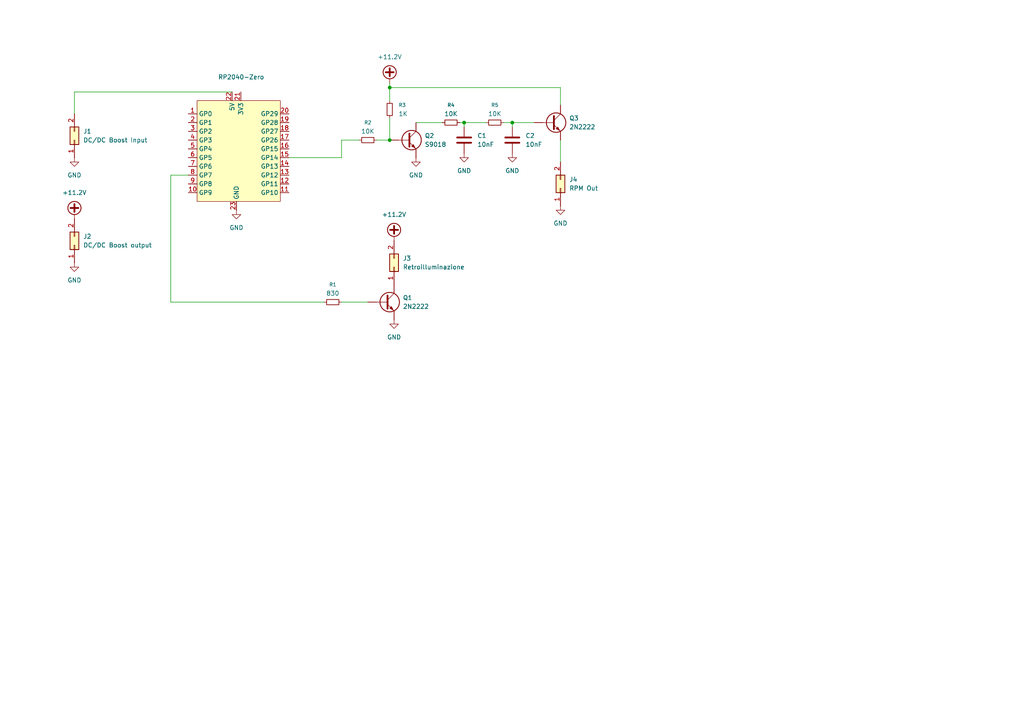
<source format=kicad_sch>
(kicad_sch (version 20250114) (generator "eeschema") (generator_version "9.0")
  (paper "A4")
  (title_block (title "RPM") (rev "1.0"))
  (lib_symbols
    (symbol "Connector_Generic:Conn_02x01" (pin_names (offset 1.016) (hide yes))
      (property "Reference" "J" (at 1.27 2.54 0))
      (property "Value" "Conn_02x01" (at 1.27 -2.54 0))
      (symbol "Conn_02x01_1_1"
        (rectangle (start -1.27 1.27) (end 3.81 -1.27) (stroke (width 0.254)) (fill (type background)))
        (rectangle (start -1.27 0.127) (end 0 -0.127) (stroke (width 0.1524)))
        (rectangle (start 3.81 0.127) (end 2.54 -0.127) (stroke (width 0.1524)))
        (pin passive line (at -5.08 0 0) (length 3.81) (name "Pin_1") (number "1"))
        (pin passive line (at 7.62 0 180) (length 3.81) (name "Pin_2") (number "2"))
      )
    )
    (symbol "Device:C" (pin_numbers (hide yes)) (pin_names (offset 0.254))
      (property "Reference" "C" (at 0.635 2.54 0))
      (property "Value" "C" (at 0.635 -2.54 0))
      (symbol "C_0_1"
        (polyline (pts (xy -2.032 0.762) (xy 2.032 0.762)) (stroke (width 0.508)))
        (polyline (pts (xy -2.032 -0.762) (xy 2.032 -0.762)) (stroke (width 0.508)))
      )
      (symbol "C_1_1"
        (pin passive line (at 0 3.81 270) (length 2.794) (name "~") (number "1"))
        (pin passive line (at 0 -3.81 90) (length 2.794) (name "~") (number "2"))
      )
    )
    (symbol "Device:Q_NPN" (pin_numbers (hide yes)) (pin_names (offset 0) (hide yes))
      (property "Reference" "Q1" (at 5.08 1.2701 0))
      (property "Value" "2N2222" (at 5.08 -1.2699 0))
      (symbol "Q_NPN_0_1"
        (polyline (pts (xy -2.54 0) (xy 0.635 0)))
        (polyline (pts (xy 0.635 1.905) (xy 0.635 -1.905)) (stroke (width 0.508)))
        (polyline (pts (xy 0.635 0.635) (xy 2.54 2.54)))
        (polyline (pts (xy 0.635 -0.635) (xy 2.54 -2.54)))
        (circle (center 1.27 0) (radius 2.8194) (stroke (width 0.254)))
        (polyline (pts (xy 1.27 -1.778) (xy 1.778 -1.27) (xy 2.286 -2.286) (xy 1.27 -1.778)) (fill (type outline)))
      )
      (symbol "Q_NPN_1_1"
        (pin input line (at -5.08 0 0) (length 2.54) (name "B") (number "2"))
        (pin passive line (at 2.54 5.08 270) (length 2.54) (name "C") (number "3"))
        (pin passive line (at 2.54 -5.08 90) (length 2.54) (name "E") (number "1"))
      )
    )
    (symbol "Device:R_Small" (pin_numbers (hide yes)) (pin_names (offset 0.254) (hide yes))
      (property "Reference" "R" (at 0 0 90))
      (property "Value" "R_Small" (at 1.778 0 90))
      (symbol "R_Small_0_1"
        (rectangle (start -0.762 1.778) (end 0.762 -1.778) (stroke (width 0.2032)))
      )
      (symbol "R_Small_1_1"
        (pin passive line (at 0 2.54 270) (length 0.762) (name "~") (number "1"))
        (pin passive line (at 0 -2.54 90) (length 0.762) (name "~") (number "2"))
      )
    )
    (symbol "Q_NPN_1" (pin_numbers (hide yes)) (pin_names (offset 0) (hide yes))
      (property "Reference" "Q3" (at 5.08 1.2701 0))
      (property "Value" "2N2222" (at 5.08 -1.2699 0))
      (symbol "Q_NPN_1_0_1"
        (polyline (pts (xy -2.54 0) (xy 0.635 0)))
        (polyline (pts (xy 0.635 1.905) (xy 0.635 -1.905)) (stroke (width 0.508)))
        (polyline (pts (xy 0.635 0.635) (xy 2.54 2.54)))
        (polyline (pts (xy 0.635 -0.635) (xy 2.54 -2.54)))
        (circle (center 1.27 0) (radius 2.8194) (stroke (width 0.254)))
        (polyline (pts (xy 1.27 -1.778) (xy 1.778 -1.27) (xy 2.286 -2.286) (xy 1.27 -1.778)) (fill (type outline)))
      )
      (symbol "Q_NPN_1_1_1"
        (pin input line (at -5.08 0 0) (length 2.54) (name "B") (number "2"))
        (pin passive line (at 2.54 5.08 270) (length 2.54) (name "C") (number "3"))
        (pin passive line (at 2.54 -5.08 90) (length 2.54) (name "E") (number "1"))
      )
    )
    (symbol "Q_NPN_2" (pin_numbers (hide yes)) (pin_names (offset 0) (hide yes))
      (property "Reference" "Q2" (at 5.08 1.2701 0))
      (property "Value" "S9018" (at 5.08 -1.2699 0))
      (symbol "Q_NPN_2_0_1"
        (polyline (pts (xy -2.54 0) (xy 0.635 0)))
        (polyline (pts (xy 0.635 1.905) (xy 0.635 -1.905)) (stroke (width 0.508)))
        (polyline (pts (xy 0.635 0.635) (xy 2.54 2.54)))
        (polyline (pts (xy 0.635 -0.635) (xy 2.54 -2.54)))
        (circle (center 1.27 0) (radius 2.8194) (stroke (width 0.254)))
        (polyline (pts (xy 1.27 -1.778) (xy 1.778 -1.27) (xy 2.286 -2.286) (xy 1.27 -1.778)) (fill (type outline)))
      )
      (symbol "Q_NPN_2_1_1"
        (pin input line (at -5.08 0 0) (length 2.54) (name "B") (number "2"))
        (pin passive line (at 2.54 5.08 270) (length 2.54) (name "C") (number "3"))
        (pin passive line (at 2.54 -5.08 90) (length 2.54) (name "E") (number "1"))
      )
    )
    (symbol "RP2040-zero:RP2040-Zero"
      (property "Reference" "RZ" (at 0 0 0))
      (property "Value" "RP2040-Zero" (at 0 -2.54 0))
      (property "Footprint" "RP2040-Zero:RP2040-Zero" (at 0 0 0))
      (symbol "RP2040-Zero_0_1"
        (rectangle (start -11.43 -15.24) (end 12.7 13.97) (fill (type background)))
      )
      (symbol "RP2040-Zero_1_1"
        (pin bidirectional line (at -13.97 10.16 0) (length 2.54) (name "GP0") (number "1"))
        (pin bidirectional line (at -13.97 7.62 0) (length 2.54) (name "GP1") (number "2"))
        (pin bidirectional line (at -13.97 5.08 0) (length 2.54) (name "GP2") (number "3"))
        (pin bidirectional line (at -13.97 2.54 0) (length 2.54) (name "GP3") (number "4"))
        (pin bidirectional line (at -13.97 0 0) (length 2.54) (name "GP4") (number "5"))
        (pin bidirectional line (at -13.97 -2.54 0) (length 2.54) (name "GP5") (number "6"))
        (pin bidirectional line (at -13.97 -5.08 0) (length 2.54) (name "GP6") (number "7"))
        (pin bidirectional line (at -13.97 -7.62 0) (length 2.54) (name "GP7") (number "8"))
        (pin bidirectional line (at -13.97 -10.16 0) (length 2.54) (name "GP8") (number "9"))
        (pin bidirectional line (at -13.97 -12.7 0) (length 2.54) (name "GP9") (number "10"))
        (pin power_in line (at -1.27 16.51 270) (length 2.54) (name "5V") (number "22"))
        (pin power_in line (at 0 -17.78 90) (length 2.54) (name "GND") (number "23"))
        (pin power_in line (at 1.27 16.51 270) (length 2.54) (name "3V3") (number "21"))
        (pin bidirectional line (at 15.24 10.16 180) (length 2.54) (name "GP29") (number "20"))
        (pin bidirectional line (at 15.24 7.62 180) (length 2.54) (name "GP28") (number "19"))
        (pin bidirectional line (at 15.24 5.08 180) (length 2.54) (name "GP27") (number "18"))
        (pin bidirectional line (at 15.24 2.54 180) (length 2.54) (name "GP26") (number "17"))
        (pin bidirectional line (at 15.24 0 180) (length 2.54) (name "GP15") (number "16"))
        (pin bidirectional line (at 15.24 -2.54 180) (length 2.54) (name "GP14") (number "15"))
        (pin bidirectional line (at 15.24 -5.08 180) (length 2.54) (name "GP13") (number "14"))
        (pin bidirectional line (at 15.24 -7.62 180) (length 2.54) (name "GP12") (number "13"))
        (pin bidirectional line (at 15.24 -10.16 180) (length 2.54) (name "GP11") (number "12"))
        (pin bidirectional line (at 15.24 -12.7 180) (length 2.54) (name "GP10") (number "11"))
      )
    )
    (symbol "power:+VDC" (power) (pin_numbers (hide yes)) (pin_names (offset 0) (hide yes))
      (property "Value" "+VDC" (at 0 6.35 0))
      (symbol "+VDC_0_1"
        (polyline (pts (xy -1.143 3.175) (xy 1.143 3.175)) (stroke (width 0.508)))
        (circle (center 0 3.175) (radius 1.905) (stroke (width 0.254)))
        (polyline (pts (xy 0 2.032) (xy 0 4.318)) (stroke (width 0.508)))
        (polyline (pts (xy 0 0) (xy 0 1.27)))
      )
      (symbol "+VDC_1_1"
        (pin power_in line (at 0 0 90) (length 0) (name "~") (number "1"))
      )
    )
    (symbol "power:GND" (power) (pin_numbers (hide yes)) (pin_names (offset 0) (hide yes))
      (property "Value" "GND" (at 0 -3.81 0))
      (symbol "GND_0_1"
        (polyline (pts (xy 0 0) (xy 0 -1.27) (xy 1.27 -1.27) (xy 0 -2.54) (xy -1.27 -1.27) (xy 0 -1.27)))
      )
      (symbol "GND_1_1"
        (pin power_in line (at 0 0 270) (length 0) (name "~") (number "1"))
      )
    )
  )
  (junction (at 134.62 35.56))
  (junction (at 148.59 35.56))
  (junction (at 113.03 25.4))
  (junction (at 113.03 40.64))
  (wire (pts (xy 67.31 26.67) (xy 21.59 26.67)))
  (wire (pts (xy 49.53 87.63) (xy 93.98 87.63)))
  (wire (pts (xy 113.03 25.4) (xy 113.03 29.21)))
  (wire (pts (xy 99.06 87.63) (xy 106.68 87.63)))
  (wire (pts (xy 162.56 40.64) (xy 162.56 46.99)))
  (wire (pts (xy 99.06 40.64) (xy 104.14 40.64)))
  (wire (pts (xy 113.03 34.29) (xy 113.03 40.64)))
  (wire (pts (xy 162.56 25.4) (xy 162.56 30.48)))
  (wire (pts (xy 134.62 35.56) (xy 134.62 36.83)))
  (wire (pts (xy 148.59 35.56) (xy 148.59 36.83)))
  (wire (pts (xy 133.35 35.56) (xy 134.62 35.56)))
  (wire (pts (xy 99.06 45.72) (xy 99.06 40.64)))
  (wire (pts (xy 120.65 35.56) (xy 128.27 35.56)))
  (wire (pts (xy 109.22 40.64) (xy 113.03 40.64)))
  (wire (pts (xy 21.59 26.67) (xy 21.59 33.02)))
  (wire (pts (xy 49.53 50.8) (xy 49.53 87.63)))
  (wire (pts (xy 54.61 50.8) (xy 49.53 50.8)))
  (wire (pts (xy 113.03 24.13) (xy 113.03 25.4)))
  (wire (pts (xy 148.59 35.56) (xy 154.94 35.56)))
  (wire (pts (xy 83.82 45.72) (xy 99.06 45.72)))
  (wire (pts (xy 134.62 35.56) (xy 140.97 35.56)))
  (wire (pts (xy 146.05 35.56) (xy 148.59 35.56)))
  (wire (pts (xy 113.03 25.4) (xy 162.56 25.4)))
  (symbol (lib_id "power:+VDC") (at 114.3 69.85 0) (unit 1)
    (property "Reference" "#PWR06" (effects (hide yes)))
    (property "Value" "+11.2V" (at 114.3 62.23 0))
    (property "Description" "Power symbol creates a global label with name \"+VDC\"" (effects (hide yes)))
  )
  (symbol (lib_id "power:GND") (at 120.65 45.72 0) (unit 1)
    (property "Reference" "#PWR08" (effects (hide yes)))
    (property "Value" "GND" (at 120.65 50.8 0))
    (property "Description" "Power symbol creates a global label with name \"GND\" , ground" (effects (hide yes)))
  )
  (symbol (lib_id "Connector_Generic:Conn_02x01") (at 21.59 40.64 90) (unit 1)
    (property "Reference" "J1" (at 24.13 38.0999 90) (effects (justify right)))
    (property "Value" "DC/DC Boost Input" (at 24.13 40.6399 90) (effects (justify right)))
    (property "Footprint" "Connector_PinSocket_2.54mm:PinSocket_2x01_P2.54mm_Vertical" (effects (hide yes)))
    (property "Description" "Generic connector, double row, 02x01, this symbol is compatible with counter-clockwise, top-bottom and odd-even numbering schemes., script generated (kicad-library-utils/schlib/autogen/connector/)" (effects (hide yes)))
  )
  (symbol (lib_id "Device:C") (at 134.62 40.64 0) (unit 1)
    (property "Reference" "C1" (at 138.43 39.3699 0) (effects (justify left)))
    (property "Value" "10nF" (at 138.43 41.9099 0) (effects (justify left)))
    (property "Footprint" "Capacitor_THT:C_Axial_L3.8mm_D2.6mm_P7.50mm_Horizontal" (effects (hide yes)))
    (property "Description" "Unpolarized capacitor" (effects (hide yes)))
  )
  (symbol (lib_id "Device:R_Small") (at 96.52 87.63 90) (unit 1)
    (property "Reference" "R1" (at 96.52 82.55 90) (effects (font (size 1.016 1.016))))
    (property "Value" "830" (at 96.52 85.09 90))
    (property "Footprint" "Resistor_THT:R_Axial_DIN0204_L3.6mm_D1.6mm_P5.08mm_Horizontal" (effects (hide yes)))
    (property "Description" "Resistor, small symbol" (effects (hide yes)))
  )
  (symbol (lib_id "power:GND") (at 68.58 60.96 0) (unit 1)
    (property "Reference" "#PWR01" (effects (hide yes)))
    (property "Value" "GND" (at 68.58 66.04 0))
    (property "Description" "Power symbol creates a global label with name \"GND\" , ground" (effects (hide yes)))
  )
  (symbol (lib_id "RP2040-zero:RP2040-Zero") (at 68.58 43.18 0) (unit 1)
    (property "Reference" "RZ1" (effects (hide yes)))
    (property "Value" "RP2040-Zero" (at 63.246 22.352 0) (effects (justify left)))
    (property "Footprint" "Library:RP2040-Zero" (effects (hide yes)))
  )
  (symbol (lib_id "power:GND") (at 114.3 92.71 0) (unit 1)
    (property "Reference" "#PWR05" (effects (hide yes)))
    (property "Value" "GND" (at 114.3 97.79 0))
    (property "Description" "Power symbol creates a global label with name \"GND\" , ground" (effects (hide yes)))
  )
  (symbol (lib_id "Connector_Generic:Conn_02x01") (at 162.56 54.61 90) (unit 1)
    (property "Reference" "J4" (at 165.1 52.0699 90) (effects (justify right)))
    (property "Value" "RPM Out" (at 165.1 54.6099 90) (effects (justify right)))
    (property "Footprint" "Connector_PinSocket_2.54mm:PinSocket_2x01_P2.54mm_Vertical" (effects (hide yes)))
    (property "Description" "Generic connector, double row, 02x01, this symbol is compatible with counter-clockwise, top-bottom and odd-even numbering schemes., script generated (kicad-library-utils/schlib/autogen/connector/)" (effects (hide yes)))
  )
  (symbol (lib_id "Device:R_Small") (at 106.68 40.64 90) (unit 1)
    (property "Reference" "R2" (at 106.68 35.56 90) (effects (font (size 1.016 1.016))))
    (property "Value" "10K" (at 106.68 38.1 90))
    (property "Footprint" "Resistor_THT:R_Axial_DIN0204_L3.6mm_D1.6mm_P5.08mm_Horizontal" (effects (hide yes)))
    (property "Description" "Resistor, small symbol" (effects (hide yes)))
  )
  (symbol (lib_id "Device:C") (at 148.59 40.64 0) (unit 1)
    (property "Reference" "C2" (at 152.4 39.3699 0) (effects (justify left)))
    (property "Value" "10nF" (at 152.4 41.9099 0) (effects (justify left)))
    (property "Footprint" "Capacitor_THT:C_Axial_L3.8mm_D2.6mm_P7.50mm_Horizontal" (effects (hide yes)))
    (property "Description" "Unpolarized capacitor" (effects (hide yes)))
  )
  (symbol (lib_id "power:GND") (at 162.56 59.69 0) (unit 1)
    (property "Reference" "#PWR011" (effects (hide yes)))
    (property "Value" "GND" (at 162.56 64.77 0))
    (property "Description" "Power symbol creates a global label with name \"GND\" , ground" (effects (hide yes)))
  )
  (symbol (lib_id "Connector_Generic:Conn_02x01") (at 114.3 77.47 90) (unit 1)
    (property "Reference" "J3" (at 116.84 74.9299 90) (effects (justify right)))
    (property "Value" "Retroilluminazione" (at 116.84 77.4699 90) (effects (justify right)))
    (property "Footprint" "Connector_PinSocket_2.54mm:PinSocket_2x01_P2.54mm_Vertical" (effects (hide yes)))
    (property "Description" "Generic connector, double row, 02x01, this symbol is compatible with counter-clockwise, top-bottom and odd-even numbering schemes., script generated (kicad-library-utils/schlib/autogen/connector/)" (effects (hide yes)))
  )
  (symbol (lib_id "Device:R_Small") (at 143.51 35.56 90) (unit 1)
    (property "Reference" "R5" (at 143.51 30.48 90) (effects (font (size 1.016 1.016))))
    (property "Value" "10K" (at 143.51 33.02 90))
    (property "Footprint" "Resistor_THT:R_Axial_DIN0204_L3.6mm_D1.6mm_P5.08mm_Horizontal" (effects (hide yes)))
    (property "Description" "Resistor, small symbol" (effects (hide yes)))
  )
  (symbol (lib_id "power:+VDC") (at 113.03 24.13 0) (unit 1)
    (property "Reference" "#PWR07" (effects (hide yes)))
    (property "Value" "+11.2V" (at 113.03 16.51 0))
    (property "Description" "Power symbol creates a global label with name \"+VDC\"" (effects (hide yes)))
  )
  (symbol (lib_id "power:GND") (at 21.59 76.2 0) (unit 1)
    (property "Reference" "#PWR03" (effects (hide yes)))
    (property "Value" "GND" (at 21.59 81.28 0))
    (property "Description" "Power symbol creates a global label with name \"GND\" , ground" (effects (hide yes)))
  )
  (symbol (lib_id "Device:Q_NPN") (at 111.76 87.63 0) (unit 1)
    (property "Reference" "Q1" (at 116.84 86.3599 0) (effects (justify left)))
    (property "Value" "2N2222" (at 116.84 88.8999 0) (effects (justify left)))
    (property "Footprint" "Package_TO_SOT_THT:TO-92S" (effects (hide yes)))
    (property "Description" "NPN bipolar junction transistor" (effects (hide yes)))
  )
  (symbol (lib_name "Q_NPN_1") (lib_id "Device:Q_NPN") (at 160.02 35.56 0) (unit 1)
    (property "Reference" "Q3" (at 165.1 34.2899 0) (effects (justify left)))
    (property "Value" "2N2222" (at 165.1 36.8299 0) (effects (justify left)))
    (property "Footprint" "Package_TO_SOT_THT:TO-92S" (effects (hide yes)))
    (property "Description" "NPN bipolar junction transistor" (effects (hide yes)))
  )
  (symbol (lib_id "power:+VDC") (at 21.59 63.5 0) (unit 1)
    (property "Reference" "#PWR04" (effects (hide yes)))
    (property "Value" "+11.2V" (at 21.59 55.88 0))
    (property "Description" "Power symbol creates a global label with name \"+VDC\"" (effects (hide yes)))
  )
  (symbol (lib_id "Device:R_Small") (at 130.81 35.56 90) (unit 1)
    (property "Reference" "R4" (at 130.81 30.48 90) (effects (font (size 1.016 1.016))))
    (property "Value" "10K" (at 130.81 33.02 90))
    (property "Footprint" "Resistor_THT:R_Axial_DIN0204_L3.6mm_D1.6mm_P5.08mm_Horizontal" (effects (hide yes)))
    (property "Description" "Resistor, small symbol" (effects (hide yes)))
  )
  (symbol (lib_id "power:GND") (at 21.59 45.72 0) (unit 1)
    (property "Reference" "#PWR02" (effects (hide yes)))
    (property "Value" "GND" (at 21.59 50.8 0))
    (property "Description" "Power symbol creates a global label with name \"GND\" , ground" (effects (hide yes)))
  )
  (symbol (lib_id "power:GND") (at 148.59 44.45 0) (unit 1)
    (property "Reference" "#PWR010" (effects (hide yes)))
    (property "Value" "GND" (at 148.59 49.53 0))
    (property "Description" "Power symbol creates a global label with name \"GND\" , ground" (effects (hide yes)))
  )
  (symbol (lib_id "Connector_Generic:Conn_02x01") (at 21.59 71.12 90) (unit 1)
    (property "Reference" "J2" (at 24.13 68.5799 90) (effects (justify right)))
    (property "Value" "DC/DC Boost output" (at 24.13 71.1199 90) (effects (justify right)))
    (property "Footprint" "Connector_PinSocket_2.54mm:PinSocket_2x01_P2.54mm_Vertical" (effects (hide yes)))
    (property "Description" "Generic connector, double row, 02x01, this symbol is compatible with counter-clockwise, top-bottom and odd-even numbering schemes., script generated (kicad-library-utils/schlib/autogen/connector/)" (effects (hide yes)))
  )
  (symbol (lib_name "Q_NPN_2") (lib_id "Device:Q_NPN") (at 118.11 40.64 0) (unit 1)
    (property "Reference" "Q2" (at 123.19 39.3699 0) (effects (justify left)))
    (property "Value" "S9018" (at 123.19 41.9099 0) (effects (justify left)))
    (property "Footprint" "Package_TO_SOT_THT:TO-92S" (effects (hide yes)))
    (property "Description" "NPN bipolar junction transistor" (effects (hide yes)))
  )
  (symbol (lib_id "power:GND") (at 134.62 44.45 0) (unit 1)
    (property "Reference" "#PWR09" (effects (hide yes)))
    (property "Value" "GND" (at 134.62 49.53 0))
    (property "Description" "Power symbol creates a global label with name \"GND\" , ground" (effects (hide yes)))
  )
  (symbol (lib_id "Device:R_Small") (at 113.03 31.75 0) (unit 1)
    (property "Reference" "R3" (at 115.57 30.4799 0) (effects (font (size 1.016 1.016)) (justify left)))
    (property "Value" "1K" (at 115.57 33.0199 0) (effects (justify left)))
    (property "Footprint" "Resistor_THT:R_Axial_DIN0204_L3.6mm_D1.6mm_P5.08mm_Horizontal" (effects (hide yes)))
    (property "Description" "Resistor, small symbol" (effects (hide yes)))
  )
)
</source>
